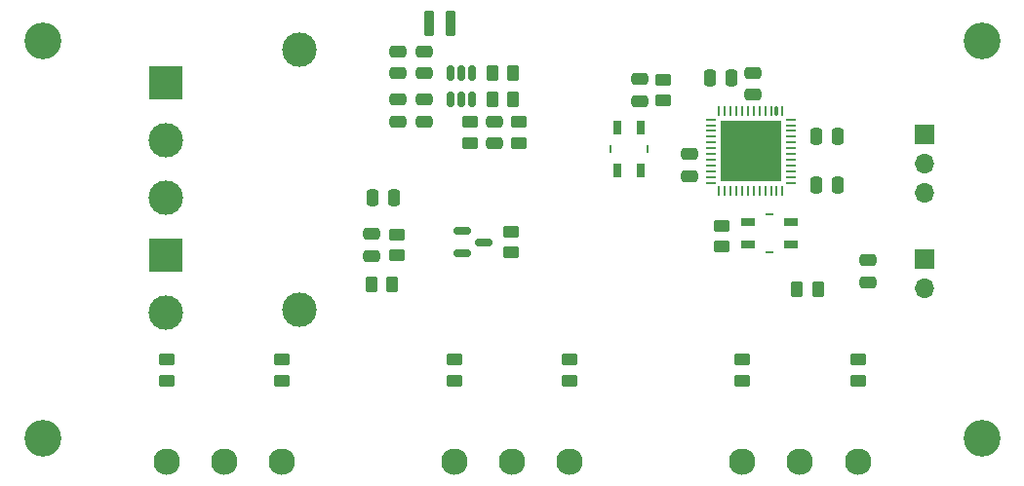
<source format=gts>
G04 #@! TF.GenerationSoftware,KiCad,Pcbnew,(6.0.1)*
G04 #@! TF.CreationDate,2022-02-04T15:04:59+01:00*
G04 #@! TF.ProjectId,esp32-wled-adv-pcb,65737033-322d-4776-9c65-642d6164762d,rev?*
G04 #@! TF.SameCoordinates,Original*
G04 #@! TF.FileFunction,Soldermask,Top*
G04 #@! TF.FilePolarity,Negative*
%FSLAX46Y46*%
G04 Gerber Fmt 4.6, Leading zero omitted, Abs format (unit mm)*
G04 Created by KiCad (PCBNEW (6.0.1)) date 2022-02-04 15:04:59*
%MOMM*%
%LPD*%
G01*
G04 APERTURE LIST*
G04 Aperture macros list*
%AMRoundRect*
0 Rectangle with rounded corners*
0 $1 Rounding radius*
0 $2 $3 $4 $5 $6 $7 $8 $9 X,Y pos of 4 corners*
0 Add a 4 corners polygon primitive as box body*
4,1,4,$2,$3,$4,$5,$6,$7,$8,$9,$2,$3,0*
0 Add four circle primitives for the rounded corners*
1,1,$1+$1,$2,$3*
1,1,$1+$1,$4,$5*
1,1,$1+$1,$6,$7*
1,1,$1+$1,$8,$9*
0 Add four rect primitives between the rounded corners*
20,1,$1+$1,$2,$3,$4,$5,0*
20,1,$1+$1,$4,$5,$6,$7,0*
20,1,$1+$1,$6,$7,$8,$9,0*
20,1,$1+$1,$8,$9,$2,$3,0*%
G04 Aperture macros list end*
%ADD10C,3.200000*%
%ADD11C,3.000000*%
%ADD12R,3.000000X3.000000*%
%ADD13RoundRect,0.250000X0.450000X-0.262500X0.450000X0.262500X-0.450000X0.262500X-0.450000X-0.262500X0*%
%ADD14RoundRect,0.250000X-0.475000X0.250000X-0.475000X-0.250000X0.475000X-0.250000X0.475000X0.250000X0*%
%ADD15RoundRect,0.250000X-0.450000X0.262500X-0.450000X-0.262500X0.450000X-0.262500X0.450000X0.262500X0*%
%ADD16RoundRect,0.250000X0.250000X0.475000X-0.250000X0.475000X-0.250000X-0.475000X0.250000X-0.475000X0*%
%ADD17RoundRect,0.250000X-0.262500X-0.450000X0.262500X-0.450000X0.262500X0.450000X-0.262500X0.450000X0*%
%ADD18R,0.700000X1.250000*%
%ADD19R,0.250000X0.700000*%
%ADD20RoundRect,0.250000X0.475000X-0.250000X0.475000X0.250000X-0.475000X0.250000X-0.475000X-0.250000X0*%
%ADD21C,2.300000*%
%ADD22R,1.250000X0.700000*%
%ADD23R,0.700000X0.250000*%
%ADD24RoundRect,0.250000X0.262500X0.450000X-0.262500X0.450000X-0.262500X-0.450000X0.262500X-0.450000X0*%
%ADD25O,1.700000X1.700000*%
%ADD26R,1.700000X1.700000*%
%ADD27RoundRect,0.225000X0.225000X0.875000X-0.225000X0.875000X-0.225000X-0.875000X0.225000X-0.875000X0*%
%ADD28RoundRect,0.250000X-0.250000X-0.475000X0.250000X-0.475000X0.250000X0.475000X-0.250000X0.475000X0*%
%ADD29RoundRect,0.150000X-0.587500X-0.150000X0.587500X-0.150000X0.587500X0.150000X-0.587500X0.150000X0*%
%ADD30R,5.300000X5.300000*%
%ADD31RoundRect,0.062500X-0.337500X0.062500X-0.337500X-0.062500X0.337500X-0.062500X0.337500X0.062500X0*%
%ADD32RoundRect,0.062500X-0.062500X0.337500X-0.062500X-0.337500X0.062500X-0.337500X0.062500X0.337500X0*%
%ADD33RoundRect,0.100000X-0.100000X0.300000X-0.100000X-0.300000X0.100000X-0.300000X0.100000X0.300000X0*%
%ADD34RoundRect,0.150000X-0.150000X0.512500X-0.150000X-0.512500X0.150000X-0.512500X0.150000X0.512500X0*%
G04 APERTURE END LIST*
D10*
X86250000Y-91500000D03*
X167750000Y-91500000D03*
X167750000Y-126000000D03*
X86250000Y-126000000D03*
D11*
X96900000Y-105100000D03*
X96900000Y-100100000D03*
D12*
X96900000Y-95100000D03*
D13*
X157000000Y-119175000D03*
X157000000Y-121000000D03*
D14*
X138049000Y-96708000D03*
X138049000Y-94808000D03*
D15*
X147000000Y-121000000D03*
X147000000Y-119175000D03*
X126873000Y-109878500D03*
X126873000Y-108053500D03*
D16*
X114874000Y-105100000D03*
X116774000Y-105100000D03*
D17*
X153566500Y-113030000D03*
X151741500Y-113030000D03*
D18*
X138160000Y-102713000D03*
X138160000Y-98963000D03*
X136160000Y-98963000D03*
X136160000Y-102713000D03*
D19*
X135535000Y-100838000D03*
X138785000Y-100838000D03*
D20*
X117090181Y-96567422D03*
X117090181Y-98467422D03*
D13*
X107000000Y-119178700D03*
X107000000Y-121003700D03*
D21*
X157000000Y-128000000D03*
X152000000Y-128000000D03*
X147000000Y-128000000D03*
D15*
X127605781Y-100318334D03*
X127605781Y-98493334D03*
D22*
X151227000Y-107178600D03*
X147477000Y-107178600D03*
X147477000Y-109178600D03*
X151227000Y-109178600D03*
D23*
X149352000Y-109803600D03*
X149352000Y-106553600D03*
D20*
X119401581Y-96572422D03*
X119401581Y-98472422D03*
D24*
X125270881Y-94275034D03*
X127095881Y-94275034D03*
D21*
X132000000Y-128000000D03*
X127000000Y-128000000D03*
X122000000Y-128000000D03*
D14*
X147878800Y-96149200D03*
X147878800Y-94249200D03*
D16*
X153365200Y-103987600D03*
X155265200Y-103987600D03*
D21*
X107000000Y-128000000D03*
X102000000Y-128000000D03*
X97000000Y-128000000D03*
D25*
X162814000Y-104648000D03*
X162814000Y-102108000D03*
D26*
X162814000Y-99568000D03*
D20*
X114808000Y-108270000D03*
X114808000Y-110170000D03*
D14*
X119399619Y-94286415D03*
X119399619Y-92386415D03*
D13*
X132000000Y-119175000D03*
X132000000Y-121000000D03*
D25*
X162814000Y-112928400D03*
D26*
X162814000Y-110388400D03*
D27*
X119780619Y-89968415D03*
X121680619Y-89968415D03*
D13*
X145161000Y-107545500D03*
X145161000Y-109370500D03*
D28*
X146034800Y-94640400D03*
X144134800Y-94640400D03*
D29*
X124508500Y-108966000D03*
X122633500Y-109916000D03*
X122633500Y-108016000D03*
D11*
X96900000Y-115100000D03*
D12*
X96900000Y-110100000D03*
D15*
X140081000Y-96670500D03*
X140081000Y-94845500D03*
D11*
X108559600Y-114805000D03*
X108559600Y-92205000D03*
D14*
X117090181Y-94286415D03*
X117090181Y-92386415D03*
D30*
X147711600Y-101041200D03*
D31*
X151161600Y-98291200D03*
X151161600Y-98791200D03*
X151161600Y-99291200D03*
X151161600Y-99791200D03*
X151161600Y-100291200D03*
X151161600Y-100791200D03*
X151161600Y-101291200D03*
X151161600Y-101791200D03*
X151161600Y-102291200D03*
X151161600Y-102791200D03*
X151161600Y-103291200D03*
X151161600Y-103791200D03*
D32*
X150461600Y-104491200D03*
X149961600Y-104491200D03*
X149461600Y-104491200D03*
X148961600Y-104491200D03*
X148461600Y-104491200D03*
X147961600Y-104491200D03*
X147461600Y-104491200D03*
X146961600Y-104491200D03*
X146461600Y-104491200D03*
X145961600Y-104491200D03*
X145461600Y-104491200D03*
X144961600Y-104491200D03*
D31*
X144261600Y-103791200D03*
X144261600Y-103291200D03*
X144261600Y-102791200D03*
X144261600Y-102291200D03*
X144261600Y-101791200D03*
X144261600Y-101291200D03*
X144261600Y-100791200D03*
X144261600Y-100291200D03*
X144261600Y-99791200D03*
X144261600Y-99291200D03*
X144261600Y-98791200D03*
X144261600Y-98291200D03*
D32*
X144961600Y-97591200D03*
X145461600Y-97591200D03*
X145961600Y-97591200D03*
X146461600Y-97591200D03*
X146961600Y-97591200D03*
X147461600Y-97591200D03*
X147961600Y-97591200D03*
X148461600Y-97591200D03*
X148961600Y-97591200D03*
X149461600Y-97591200D03*
D33*
X149961600Y-97591200D03*
D32*
X150461600Y-97591200D03*
D15*
X116967000Y-110132500D03*
X116967000Y-108307500D03*
X97000000Y-121000000D03*
X97000000Y-119175000D03*
D24*
X114784500Y-112649000D03*
X116609500Y-112649000D03*
D17*
X127097781Y-96561034D03*
X125272781Y-96561034D03*
D20*
X125472181Y-98455834D03*
X125472181Y-100355834D03*
D13*
X123338581Y-98493334D03*
X123338581Y-100318334D03*
D16*
X153365200Y-99771200D03*
X155265200Y-99771200D03*
D20*
X142392400Y-101295200D03*
X142392400Y-103195200D03*
D15*
X122000000Y-121000000D03*
X122000000Y-119175000D03*
D34*
X123524619Y-96566915D03*
X122574619Y-96566915D03*
X121624619Y-96566915D03*
X121624619Y-94291915D03*
X122574619Y-94291915D03*
X123524619Y-94291915D03*
D20*
X157861000Y-110556000D03*
X157861000Y-112456000D03*
M02*

</source>
